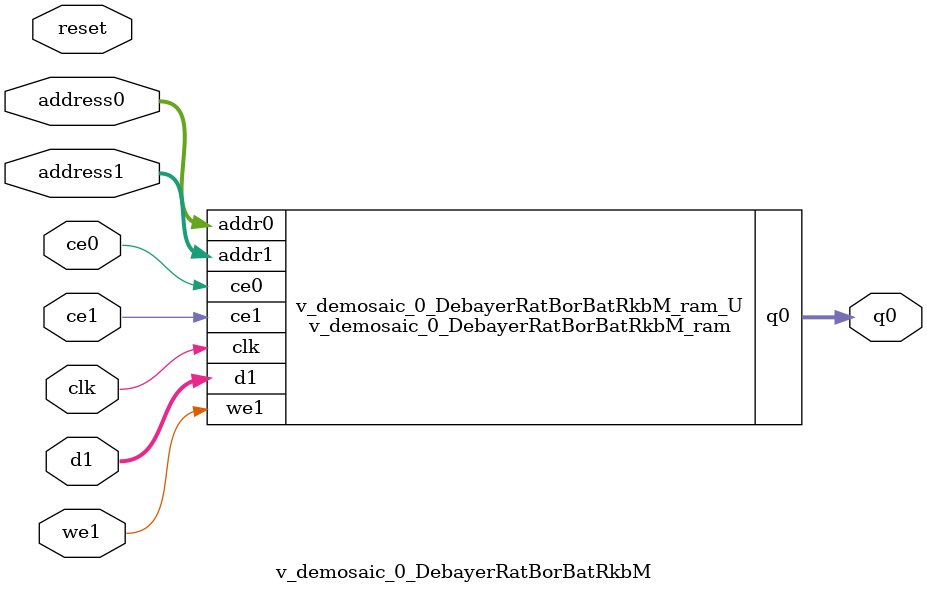
<source format=v>
`timescale 1 ns / 1 ps
module v_demosaic_0_DebayerRatBorBatRkbM_ram (addr0, ce0, q0, addr1, ce1, d1, we1,  clk);

parameter DWIDTH = 24;
parameter AWIDTH = 10;
parameter MEM_SIZE = 641;

input[AWIDTH-1:0] addr0;
input ce0;
output reg[DWIDTH-1:0] q0;
input[AWIDTH-1:0] addr1;
input ce1;
input[DWIDTH-1:0] d1;
input we1;
input clk;

(* ram_style = "block" *)reg [DWIDTH-1:0] ram[0:MEM_SIZE-1];




always @(posedge clk)  
begin 
    if (ce0) 
    begin
        q0 <= ram[addr0];
    end
end


always @(posedge clk)  
begin 
    if (ce1) 
    begin
        if (we1) 
        begin 
            ram[addr1] <= d1; 
        end 
    end
end


endmodule

`timescale 1 ns / 1 ps
module v_demosaic_0_DebayerRatBorBatRkbM(
    reset,
    clk,
    address0,
    ce0,
    q0,
    address1,
    ce1,
    we1,
    d1);

parameter DataWidth = 32'd24;
parameter AddressRange = 32'd641;
parameter AddressWidth = 32'd10;
input reset;
input clk;
input[AddressWidth - 1:0] address0;
input ce0;
output[DataWidth - 1:0] q0;
input[AddressWidth - 1:0] address1;
input ce1;
input we1;
input[DataWidth - 1:0] d1;



v_demosaic_0_DebayerRatBorBatRkbM_ram v_demosaic_0_DebayerRatBorBatRkbM_ram_U(
    .clk( clk ),
    .addr0( address0 ),
    .ce0( ce0 ),
    .q0( q0 ),
    .addr1( address1 ),
    .ce1( ce1 ),
    .we1( we1 ),
    .d1( d1 ));

endmodule


</source>
